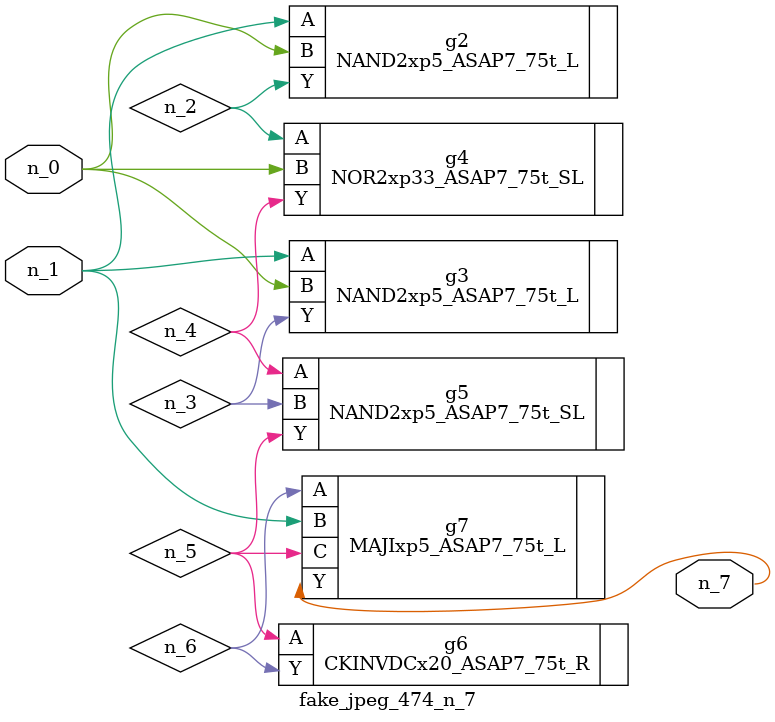
<source format=v>
module fake_jpeg_474_n_7 (n_0, n_1, n_7);

input n_0;
input n_1;

output n_7;

wire n_3;
wire n_2;
wire n_4;
wire n_6;
wire n_5;

NAND2xp5_ASAP7_75t_L g2 ( 
.A(n_1),
.B(n_0),
.Y(n_2)
);

NAND2xp5_ASAP7_75t_L g3 ( 
.A(n_1),
.B(n_0),
.Y(n_3)
);

NOR2xp33_ASAP7_75t_SL g4 ( 
.A(n_2),
.B(n_0),
.Y(n_4)
);

NAND2xp5_ASAP7_75t_SL g5 ( 
.A(n_4),
.B(n_3),
.Y(n_5)
);

CKINVDCx20_ASAP7_75t_R g6 ( 
.A(n_5),
.Y(n_6)
);

MAJIxp5_ASAP7_75t_L g7 ( 
.A(n_6),
.B(n_1),
.C(n_5),
.Y(n_7)
);


endmodule
</source>
